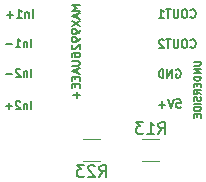
<source format=gbo>
G04 #@! TF.GenerationSoftware,KiCad,Pcbnew,8.0.4*
G04 #@! TF.CreationDate,2024-07-24T14:50:23+09:00*
G04 #@! TF.ProjectId,VR-Conditioner-MAX9926+reg,56522d43-6f6e-4646-9974-696f6e65722d,3.7*
G04 #@! TF.SameCoordinates,PX68c4118PY713e7a8*
G04 #@! TF.FileFunction,Legend,Bot*
G04 #@! TF.FilePolarity,Positive*
%FSLAX46Y46*%
G04 Gerber Fmt 4.6, Leading zero omitted, Abs format (unit mm)*
G04 Created by KiCad (PCBNEW 8.0.4) date 2024-07-24 14:50:23*
%MOMM*%
%LPD*%
G01*
G04 APERTURE LIST*
%ADD10C,0.150000*%
%ADD11C,0.120000*%
G04 APERTURE END LIST*
D10*
X7333333Y8433967D02*
X7333333Y9133967D01*
X7000000Y8900634D02*
X7000000Y8433967D01*
X7000000Y8833967D02*
X6966667Y8867300D01*
X6966667Y8867300D02*
X6900000Y8900634D01*
X6900000Y8900634D02*
X6800000Y8900634D01*
X6800000Y8900634D02*
X6733333Y8867300D01*
X6733333Y8867300D02*
X6700000Y8800634D01*
X6700000Y8800634D02*
X6700000Y8433967D01*
X6400000Y9067300D02*
X6366667Y9100634D01*
X6366667Y9100634D02*
X6300000Y9133967D01*
X6300000Y9133967D02*
X6133334Y9133967D01*
X6133334Y9133967D02*
X6066667Y9100634D01*
X6066667Y9100634D02*
X6033334Y9067300D01*
X6033334Y9067300D02*
X6000000Y9000634D01*
X6000000Y9000634D02*
X6000000Y8933967D01*
X6000000Y8933967D02*
X6033334Y8833967D01*
X6033334Y8833967D02*
X6433334Y8433967D01*
X6433334Y8433967D02*
X6000000Y8433967D01*
X5700000Y8700634D02*
X5166667Y8700634D01*
X5433333Y8433967D02*
X5433333Y8967300D01*
X7333333Y11183967D02*
X7333333Y11883967D01*
X7000000Y11650634D02*
X7000000Y11183967D01*
X7000000Y11583967D02*
X6966667Y11617300D01*
X6966667Y11617300D02*
X6900000Y11650634D01*
X6900000Y11650634D02*
X6800000Y11650634D01*
X6800000Y11650634D02*
X6733333Y11617300D01*
X6733333Y11617300D02*
X6700000Y11550634D01*
X6700000Y11550634D02*
X6700000Y11183967D01*
X6400000Y11817300D02*
X6366667Y11850634D01*
X6366667Y11850634D02*
X6300000Y11883967D01*
X6300000Y11883967D02*
X6133334Y11883967D01*
X6133334Y11883967D02*
X6066667Y11850634D01*
X6066667Y11850634D02*
X6033334Y11817300D01*
X6033334Y11817300D02*
X6000000Y11750634D01*
X6000000Y11750634D02*
X6000000Y11683967D01*
X6000000Y11683967D02*
X6033334Y11583967D01*
X6033334Y11583967D02*
X6433334Y11183967D01*
X6433334Y11183967D02*
X6000000Y11183967D01*
X5700000Y11450634D02*
X5166667Y11450634D01*
X7333333Y13683967D02*
X7333333Y14383967D01*
X7000000Y14150634D02*
X7000000Y13683967D01*
X7000000Y14083967D02*
X6966667Y14117300D01*
X6966667Y14117300D02*
X6900000Y14150634D01*
X6900000Y14150634D02*
X6800000Y14150634D01*
X6800000Y14150634D02*
X6733333Y14117300D01*
X6733333Y14117300D02*
X6700000Y14050634D01*
X6700000Y14050634D02*
X6700000Y13683967D01*
X6000000Y13683967D02*
X6400000Y13683967D01*
X6200000Y13683967D02*
X6200000Y14383967D01*
X6200000Y14383967D02*
X6266667Y14283967D01*
X6266667Y14283967D02*
X6333334Y14217300D01*
X6333334Y14217300D02*
X6400000Y14183967D01*
X5700000Y13950634D02*
X5166667Y13950634D01*
X20801666Y16260634D02*
X20834999Y16227300D01*
X20834999Y16227300D02*
X20934999Y16193967D01*
X20934999Y16193967D02*
X21001666Y16193967D01*
X21001666Y16193967D02*
X21101666Y16227300D01*
X21101666Y16227300D02*
X21168333Y16293967D01*
X21168333Y16293967D02*
X21201666Y16360634D01*
X21201666Y16360634D02*
X21234999Y16493967D01*
X21234999Y16493967D02*
X21234999Y16593967D01*
X21234999Y16593967D02*
X21201666Y16727300D01*
X21201666Y16727300D02*
X21168333Y16793967D01*
X21168333Y16793967D02*
X21101666Y16860634D01*
X21101666Y16860634D02*
X21001666Y16893967D01*
X21001666Y16893967D02*
X20934999Y16893967D01*
X20934999Y16893967D02*
X20834999Y16860634D01*
X20834999Y16860634D02*
X20801666Y16827300D01*
X20368333Y16893967D02*
X20234999Y16893967D01*
X20234999Y16893967D02*
X20168333Y16860634D01*
X20168333Y16860634D02*
X20101666Y16793967D01*
X20101666Y16793967D02*
X20068333Y16660634D01*
X20068333Y16660634D02*
X20068333Y16427300D01*
X20068333Y16427300D02*
X20101666Y16293967D01*
X20101666Y16293967D02*
X20168333Y16227300D01*
X20168333Y16227300D02*
X20234999Y16193967D01*
X20234999Y16193967D02*
X20368333Y16193967D01*
X20368333Y16193967D02*
X20434999Y16227300D01*
X20434999Y16227300D02*
X20501666Y16293967D01*
X20501666Y16293967D02*
X20534999Y16427300D01*
X20534999Y16427300D02*
X20534999Y16660634D01*
X20534999Y16660634D02*
X20501666Y16793967D01*
X20501666Y16793967D02*
X20434999Y16860634D01*
X20434999Y16860634D02*
X20368333Y16893967D01*
X19768333Y16893967D02*
X19768333Y16327300D01*
X19768333Y16327300D02*
X19735000Y16260634D01*
X19735000Y16260634D02*
X19701666Y16227300D01*
X19701666Y16227300D02*
X19635000Y16193967D01*
X19635000Y16193967D02*
X19501666Y16193967D01*
X19501666Y16193967D02*
X19435000Y16227300D01*
X19435000Y16227300D02*
X19401666Y16260634D01*
X19401666Y16260634D02*
X19368333Y16327300D01*
X19368333Y16327300D02*
X19368333Y16893967D01*
X19135000Y16893967D02*
X18735000Y16893967D01*
X18935000Y16193967D02*
X18935000Y16893967D01*
X18135000Y16193967D02*
X18535000Y16193967D01*
X18335000Y16193967D02*
X18335000Y16893967D01*
X18335000Y16893967D02*
X18401667Y16793967D01*
X18401667Y16793967D02*
X18468334Y16727300D01*
X18468334Y16727300D02*
X18535000Y16693967D01*
X20801666Y13720634D02*
X20834999Y13687300D01*
X20834999Y13687300D02*
X20934999Y13653967D01*
X20934999Y13653967D02*
X21001666Y13653967D01*
X21001666Y13653967D02*
X21101666Y13687300D01*
X21101666Y13687300D02*
X21168333Y13753967D01*
X21168333Y13753967D02*
X21201666Y13820634D01*
X21201666Y13820634D02*
X21234999Y13953967D01*
X21234999Y13953967D02*
X21234999Y14053967D01*
X21234999Y14053967D02*
X21201666Y14187300D01*
X21201666Y14187300D02*
X21168333Y14253967D01*
X21168333Y14253967D02*
X21101666Y14320634D01*
X21101666Y14320634D02*
X21001666Y14353967D01*
X21001666Y14353967D02*
X20934999Y14353967D01*
X20934999Y14353967D02*
X20834999Y14320634D01*
X20834999Y14320634D02*
X20801666Y14287300D01*
X20368333Y14353967D02*
X20234999Y14353967D01*
X20234999Y14353967D02*
X20168333Y14320634D01*
X20168333Y14320634D02*
X20101666Y14253967D01*
X20101666Y14253967D02*
X20068333Y14120634D01*
X20068333Y14120634D02*
X20068333Y13887300D01*
X20068333Y13887300D02*
X20101666Y13753967D01*
X20101666Y13753967D02*
X20168333Y13687300D01*
X20168333Y13687300D02*
X20234999Y13653967D01*
X20234999Y13653967D02*
X20368333Y13653967D01*
X20368333Y13653967D02*
X20434999Y13687300D01*
X20434999Y13687300D02*
X20501666Y13753967D01*
X20501666Y13753967D02*
X20534999Y13887300D01*
X20534999Y13887300D02*
X20534999Y14120634D01*
X20534999Y14120634D02*
X20501666Y14253967D01*
X20501666Y14253967D02*
X20434999Y14320634D01*
X20434999Y14320634D02*
X20368333Y14353967D01*
X19768333Y14353967D02*
X19768333Y13787300D01*
X19768333Y13787300D02*
X19735000Y13720634D01*
X19735000Y13720634D02*
X19701666Y13687300D01*
X19701666Y13687300D02*
X19635000Y13653967D01*
X19635000Y13653967D02*
X19501666Y13653967D01*
X19501666Y13653967D02*
X19435000Y13687300D01*
X19435000Y13687300D02*
X19401666Y13720634D01*
X19401666Y13720634D02*
X19368333Y13787300D01*
X19368333Y13787300D02*
X19368333Y14353967D01*
X19135000Y14353967D02*
X18735000Y14353967D01*
X18935000Y13653967D02*
X18935000Y14353967D01*
X18535000Y14287300D02*
X18501667Y14320634D01*
X18501667Y14320634D02*
X18435000Y14353967D01*
X18435000Y14353967D02*
X18268334Y14353967D01*
X18268334Y14353967D02*
X18201667Y14320634D01*
X18201667Y14320634D02*
X18168334Y14287300D01*
X18168334Y14287300D02*
X18135000Y14220634D01*
X18135000Y14220634D02*
X18135000Y14153967D01*
X18135000Y14153967D02*
X18168334Y14053967D01*
X18168334Y14053967D02*
X18568334Y13653967D01*
X18568334Y13653967D02*
X18135000Y13653967D01*
X19583332Y11780634D02*
X19649999Y11813967D01*
X19649999Y11813967D02*
X19749999Y11813967D01*
X19749999Y11813967D02*
X19849999Y11780634D01*
X19849999Y11780634D02*
X19916666Y11713967D01*
X19916666Y11713967D02*
X19949999Y11647300D01*
X19949999Y11647300D02*
X19983332Y11513967D01*
X19983332Y11513967D02*
X19983332Y11413967D01*
X19983332Y11413967D02*
X19949999Y11280634D01*
X19949999Y11280634D02*
X19916666Y11213967D01*
X19916666Y11213967D02*
X19849999Y11147300D01*
X19849999Y11147300D02*
X19749999Y11113967D01*
X19749999Y11113967D02*
X19683332Y11113967D01*
X19683332Y11113967D02*
X19583332Y11147300D01*
X19583332Y11147300D02*
X19549999Y11180634D01*
X19549999Y11180634D02*
X19549999Y11413967D01*
X19549999Y11413967D02*
X19683332Y11413967D01*
X19249999Y11113967D02*
X19249999Y11813967D01*
X19249999Y11813967D02*
X18849999Y11113967D01*
X18849999Y11113967D02*
X18849999Y11813967D01*
X18516666Y11113967D02*
X18516666Y11813967D01*
X18516666Y11813967D02*
X18349999Y11813967D01*
X18349999Y11813967D02*
X18249999Y11780634D01*
X18249999Y11780634D02*
X18183333Y11713967D01*
X18183333Y11713967D02*
X18149999Y11647300D01*
X18149999Y11647300D02*
X18116666Y11513967D01*
X18116666Y11513967D02*
X18116666Y11413967D01*
X18116666Y11413967D02*
X18149999Y11280634D01*
X18149999Y11280634D02*
X18183333Y11213967D01*
X18183333Y11213967D02*
X18249999Y11147300D01*
X18249999Y11147300D02*
X18349999Y11113967D01*
X18349999Y11113967D02*
X18516666Y11113967D01*
X19616667Y9273967D02*
X19950000Y9273967D01*
X19950000Y9273967D02*
X19983333Y8940634D01*
X19983333Y8940634D02*
X19950000Y8973967D01*
X19950000Y8973967D02*
X19883333Y9007300D01*
X19883333Y9007300D02*
X19716667Y9007300D01*
X19716667Y9007300D02*
X19650000Y8973967D01*
X19650000Y8973967D02*
X19616667Y8940634D01*
X19616667Y8940634D02*
X19583333Y8873967D01*
X19583333Y8873967D02*
X19583333Y8707300D01*
X19583333Y8707300D02*
X19616667Y8640634D01*
X19616667Y8640634D02*
X19650000Y8607300D01*
X19650000Y8607300D02*
X19716667Y8573967D01*
X19716667Y8573967D02*
X19883333Y8573967D01*
X19883333Y8573967D02*
X19950000Y8607300D01*
X19950000Y8607300D02*
X19983333Y8640634D01*
X19383333Y9273967D02*
X19150000Y8573967D01*
X19150000Y8573967D02*
X18916666Y9273967D01*
X18683333Y8840634D02*
X18150000Y8840634D01*
X18416666Y8573967D02*
X18416666Y9107300D01*
X7433333Y16193967D02*
X7433333Y16893967D01*
X7100000Y16660634D02*
X7100000Y16193967D01*
X7100000Y16593967D02*
X7066667Y16627300D01*
X7066667Y16627300D02*
X7000000Y16660634D01*
X7000000Y16660634D02*
X6900000Y16660634D01*
X6900000Y16660634D02*
X6833333Y16627300D01*
X6833333Y16627300D02*
X6800000Y16560634D01*
X6800000Y16560634D02*
X6800000Y16193967D01*
X6100000Y16193967D02*
X6500000Y16193967D01*
X6300000Y16193967D02*
X6300000Y16893967D01*
X6300000Y16893967D02*
X6366667Y16793967D01*
X6366667Y16793967D02*
X6433334Y16727300D01*
X6433334Y16727300D02*
X6500000Y16693967D01*
X5800000Y16460634D02*
X5266667Y16460634D01*
X5533333Y16193967D02*
X5533333Y16727300D01*
X21068119Y12466556D02*
X21553833Y12466556D01*
X21553833Y12466556D02*
X21610976Y12437985D01*
X21610976Y12437985D02*
X21639548Y12409413D01*
X21639548Y12409413D02*
X21668119Y12352271D01*
X21668119Y12352271D02*
X21668119Y12237985D01*
X21668119Y12237985D02*
X21639548Y12180842D01*
X21639548Y12180842D02*
X21610976Y12152271D01*
X21610976Y12152271D02*
X21553833Y12123699D01*
X21553833Y12123699D02*
X21068119Y12123699D01*
X21668119Y11837985D02*
X21068119Y11837985D01*
X21068119Y11837985D02*
X21668119Y11495128D01*
X21668119Y11495128D02*
X21068119Y11495128D01*
X21668119Y11209414D02*
X21068119Y11209414D01*
X21068119Y11209414D02*
X21068119Y11066557D01*
X21068119Y11066557D02*
X21096690Y10980843D01*
X21096690Y10980843D02*
X21153833Y10923700D01*
X21153833Y10923700D02*
X21210976Y10895129D01*
X21210976Y10895129D02*
X21325262Y10866557D01*
X21325262Y10866557D02*
X21410976Y10866557D01*
X21410976Y10866557D02*
X21525262Y10895129D01*
X21525262Y10895129D02*
X21582405Y10923700D01*
X21582405Y10923700D02*
X21639548Y10980843D01*
X21639548Y10980843D02*
X21668119Y11066557D01*
X21668119Y11066557D02*
X21668119Y11209414D01*
X21353833Y10609414D02*
X21353833Y10409414D01*
X21668119Y10323700D02*
X21668119Y10609414D01*
X21668119Y10609414D02*
X21068119Y10609414D01*
X21068119Y10609414D02*
X21068119Y10323700D01*
X21668119Y9723700D02*
X21382405Y9923700D01*
X21668119Y10066557D02*
X21068119Y10066557D01*
X21068119Y10066557D02*
X21068119Y9837986D01*
X21068119Y9837986D02*
X21096690Y9780843D01*
X21096690Y9780843D02*
X21125262Y9752272D01*
X21125262Y9752272D02*
X21182405Y9723700D01*
X21182405Y9723700D02*
X21268119Y9723700D01*
X21268119Y9723700D02*
X21325262Y9752272D01*
X21325262Y9752272D02*
X21353833Y9780843D01*
X21353833Y9780843D02*
X21382405Y9837986D01*
X21382405Y9837986D02*
X21382405Y10066557D01*
X21639548Y9495129D02*
X21668119Y9409414D01*
X21668119Y9409414D02*
X21668119Y9266557D01*
X21668119Y9266557D02*
X21639548Y9209414D01*
X21639548Y9209414D02*
X21610976Y9180843D01*
X21610976Y9180843D02*
X21553833Y9152272D01*
X21553833Y9152272D02*
X21496690Y9152272D01*
X21496690Y9152272D02*
X21439548Y9180843D01*
X21439548Y9180843D02*
X21410976Y9209414D01*
X21410976Y9209414D02*
X21382405Y9266557D01*
X21382405Y9266557D02*
X21353833Y9380843D01*
X21353833Y9380843D02*
X21325262Y9437986D01*
X21325262Y9437986D02*
X21296690Y9466557D01*
X21296690Y9466557D02*
X21239548Y9495129D01*
X21239548Y9495129D02*
X21182405Y9495129D01*
X21182405Y9495129D02*
X21125262Y9466557D01*
X21125262Y9466557D02*
X21096690Y9437986D01*
X21096690Y9437986D02*
X21068119Y9380843D01*
X21068119Y9380843D02*
X21068119Y9237986D01*
X21068119Y9237986D02*
X21096690Y9152272D01*
X21668119Y8895128D02*
X21068119Y8895128D01*
X21668119Y8609414D02*
X21068119Y8609414D01*
X21068119Y8609414D02*
X21068119Y8466557D01*
X21068119Y8466557D02*
X21096690Y8380843D01*
X21096690Y8380843D02*
X21153833Y8323700D01*
X21153833Y8323700D02*
X21210976Y8295129D01*
X21210976Y8295129D02*
X21325262Y8266557D01*
X21325262Y8266557D02*
X21410976Y8266557D01*
X21410976Y8266557D02*
X21525262Y8295129D01*
X21525262Y8295129D02*
X21582405Y8323700D01*
X21582405Y8323700D02*
X21639548Y8380843D01*
X21639548Y8380843D02*
X21668119Y8466557D01*
X21668119Y8466557D02*
X21668119Y8609414D01*
X21353833Y8009414D02*
X21353833Y7809414D01*
X21668119Y7723700D02*
X21668119Y8009414D01*
X21668119Y8009414D02*
X21068119Y8009414D01*
X21068119Y8009414D02*
X21068119Y7723700D01*
X11428533Y17268334D02*
X10728533Y17268334D01*
X10728533Y17268334D02*
X11228533Y17035000D01*
X11228533Y17035000D02*
X10728533Y16801667D01*
X10728533Y16801667D02*
X11428533Y16801667D01*
X11228533Y16501667D02*
X11228533Y16168334D01*
X11428533Y16568334D02*
X10728533Y16335000D01*
X10728533Y16335000D02*
X11428533Y16101667D01*
X10728533Y15935000D02*
X11428533Y15468334D01*
X10728533Y15468334D02*
X11428533Y15935000D01*
X11428533Y15168333D02*
X11428533Y15035000D01*
X11428533Y15035000D02*
X11395200Y14968333D01*
X11395200Y14968333D02*
X11361866Y14935000D01*
X11361866Y14935000D02*
X11261866Y14868333D01*
X11261866Y14868333D02*
X11128533Y14835000D01*
X11128533Y14835000D02*
X10861866Y14835000D01*
X10861866Y14835000D02*
X10795200Y14868333D01*
X10795200Y14868333D02*
X10761866Y14901667D01*
X10761866Y14901667D02*
X10728533Y14968333D01*
X10728533Y14968333D02*
X10728533Y15101667D01*
X10728533Y15101667D02*
X10761866Y15168333D01*
X10761866Y15168333D02*
X10795200Y15201667D01*
X10795200Y15201667D02*
X10861866Y15235000D01*
X10861866Y15235000D02*
X11028533Y15235000D01*
X11028533Y15235000D02*
X11095200Y15201667D01*
X11095200Y15201667D02*
X11128533Y15168333D01*
X11128533Y15168333D02*
X11161866Y15101667D01*
X11161866Y15101667D02*
X11161866Y14968333D01*
X11161866Y14968333D02*
X11128533Y14901667D01*
X11128533Y14901667D02*
X11095200Y14868333D01*
X11095200Y14868333D02*
X11028533Y14835000D01*
X11428533Y14501666D02*
X11428533Y14368333D01*
X11428533Y14368333D02*
X11395200Y14301666D01*
X11395200Y14301666D02*
X11361866Y14268333D01*
X11361866Y14268333D02*
X11261866Y14201666D01*
X11261866Y14201666D02*
X11128533Y14168333D01*
X11128533Y14168333D02*
X10861866Y14168333D01*
X10861866Y14168333D02*
X10795200Y14201666D01*
X10795200Y14201666D02*
X10761866Y14235000D01*
X10761866Y14235000D02*
X10728533Y14301666D01*
X10728533Y14301666D02*
X10728533Y14435000D01*
X10728533Y14435000D02*
X10761866Y14501666D01*
X10761866Y14501666D02*
X10795200Y14535000D01*
X10795200Y14535000D02*
X10861866Y14568333D01*
X10861866Y14568333D02*
X11028533Y14568333D01*
X11028533Y14568333D02*
X11095200Y14535000D01*
X11095200Y14535000D02*
X11128533Y14501666D01*
X11128533Y14501666D02*
X11161866Y14435000D01*
X11161866Y14435000D02*
X11161866Y14301666D01*
X11161866Y14301666D02*
X11128533Y14235000D01*
X11128533Y14235000D02*
X11095200Y14201666D01*
X11095200Y14201666D02*
X11028533Y14168333D01*
X10795200Y13901666D02*
X10761866Y13868333D01*
X10761866Y13868333D02*
X10728533Y13801666D01*
X10728533Y13801666D02*
X10728533Y13634999D01*
X10728533Y13634999D02*
X10761866Y13568333D01*
X10761866Y13568333D02*
X10795200Y13534999D01*
X10795200Y13534999D02*
X10861866Y13501666D01*
X10861866Y13501666D02*
X10928533Y13501666D01*
X10928533Y13501666D02*
X11028533Y13534999D01*
X11028533Y13534999D02*
X11428533Y13934999D01*
X11428533Y13934999D02*
X11428533Y13501666D01*
X10728533Y12901666D02*
X10728533Y13034999D01*
X10728533Y13034999D02*
X10761866Y13101666D01*
X10761866Y13101666D02*
X10795200Y13134999D01*
X10795200Y13134999D02*
X10895200Y13201666D01*
X10895200Y13201666D02*
X11028533Y13234999D01*
X11028533Y13234999D02*
X11295200Y13234999D01*
X11295200Y13234999D02*
X11361866Y13201666D01*
X11361866Y13201666D02*
X11395200Y13168332D01*
X11395200Y13168332D02*
X11428533Y13101666D01*
X11428533Y13101666D02*
X11428533Y12968332D01*
X11428533Y12968332D02*
X11395200Y12901666D01*
X11395200Y12901666D02*
X11361866Y12868332D01*
X11361866Y12868332D02*
X11295200Y12834999D01*
X11295200Y12834999D02*
X11128533Y12834999D01*
X11128533Y12834999D02*
X11061866Y12868332D01*
X11061866Y12868332D02*
X11028533Y12901666D01*
X11028533Y12901666D02*
X10995200Y12968332D01*
X10995200Y12968332D02*
X10995200Y13101666D01*
X10995200Y13101666D02*
X11028533Y13168332D01*
X11028533Y13168332D02*
X11061866Y13201666D01*
X11061866Y13201666D02*
X11128533Y13234999D01*
X10728533Y12534999D02*
X11295200Y12534999D01*
X11295200Y12534999D02*
X11361866Y12501665D01*
X11361866Y12501665D02*
X11395200Y12468332D01*
X11395200Y12468332D02*
X11428533Y12401665D01*
X11428533Y12401665D02*
X11428533Y12268332D01*
X11428533Y12268332D02*
X11395200Y12201665D01*
X11395200Y12201665D02*
X11361866Y12168332D01*
X11361866Y12168332D02*
X11295200Y12134999D01*
X11295200Y12134999D02*
X10728533Y12134999D01*
X11228533Y11834999D02*
X11228533Y11501666D01*
X11428533Y11901666D02*
X10728533Y11668332D01*
X10728533Y11668332D02*
X11428533Y11434999D01*
X11061866Y11201666D02*
X11061866Y10968332D01*
X11428533Y10868332D02*
X11428533Y11201666D01*
X11428533Y11201666D02*
X10728533Y11201666D01*
X10728533Y11201666D02*
X10728533Y10868332D01*
X11061866Y10568333D02*
X11061866Y10334999D01*
X11428533Y10234999D02*
X11428533Y10568333D01*
X11428533Y10568333D02*
X10728533Y10568333D01*
X10728533Y10568333D02*
X10728533Y10234999D01*
X11161866Y9935000D02*
X11161866Y9401666D01*
X11428533Y9668333D02*
X10895200Y9668333D01*
X13092857Y2725181D02*
X13426190Y3201372D01*
X13664285Y2725181D02*
X13664285Y3725181D01*
X13664285Y3725181D02*
X13283333Y3725181D01*
X13283333Y3725181D02*
X13188095Y3677562D01*
X13188095Y3677562D02*
X13140476Y3629943D01*
X13140476Y3629943D02*
X13092857Y3534705D01*
X13092857Y3534705D02*
X13092857Y3391848D01*
X13092857Y3391848D02*
X13140476Y3296610D01*
X13140476Y3296610D02*
X13188095Y3248991D01*
X13188095Y3248991D02*
X13283333Y3201372D01*
X13283333Y3201372D02*
X13664285Y3201372D01*
X12711904Y3629943D02*
X12664285Y3677562D01*
X12664285Y3677562D02*
X12569047Y3725181D01*
X12569047Y3725181D02*
X12330952Y3725181D01*
X12330952Y3725181D02*
X12235714Y3677562D01*
X12235714Y3677562D02*
X12188095Y3629943D01*
X12188095Y3629943D02*
X12140476Y3534705D01*
X12140476Y3534705D02*
X12140476Y3439467D01*
X12140476Y3439467D02*
X12188095Y3296610D01*
X12188095Y3296610D02*
X12759523Y2725181D01*
X12759523Y2725181D02*
X12140476Y2725181D01*
X11807142Y3725181D02*
X11188095Y3725181D01*
X11188095Y3725181D02*
X11521428Y3344229D01*
X11521428Y3344229D02*
X11378571Y3344229D01*
X11378571Y3344229D02*
X11283333Y3296610D01*
X11283333Y3296610D02*
X11235714Y3248991D01*
X11235714Y3248991D02*
X11188095Y3153753D01*
X11188095Y3153753D02*
X11188095Y2915658D01*
X11188095Y2915658D02*
X11235714Y2820420D01*
X11235714Y2820420D02*
X11283333Y2772800D01*
X11283333Y2772800D02*
X11378571Y2725181D01*
X11378571Y2725181D02*
X11664285Y2725181D01*
X11664285Y2725181D02*
X11759523Y2772800D01*
X11759523Y2772800D02*
X11807142Y2820420D01*
X18092857Y6365181D02*
X18426190Y6841372D01*
X18664285Y6365181D02*
X18664285Y7365181D01*
X18664285Y7365181D02*
X18283333Y7365181D01*
X18283333Y7365181D02*
X18188095Y7317562D01*
X18188095Y7317562D02*
X18140476Y7269943D01*
X18140476Y7269943D02*
X18092857Y7174705D01*
X18092857Y7174705D02*
X18092857Y7031848D01*
X18092857Y7031848D02*
X18140476Y6936610D01*
X18140476Y6936610D02*
X18188095Y6888991D01*
X18188095Y6888991D02*
X18283333Y6841372D01*
X18283333Y6841372D02*
X18664285Y6841372D01*
X17140476Y6365181D02*
X17711904Y6365181D01*
X17426190Y6365181D02*
X17426190Y7365181D01*
X17426190Y7365181D02*
X17521428Y7222324D01*
X17521428Y7222324D02*
X17616666Y7127086D01*
X17616666Y7127086D02*
X17711904Y7079467D01*
X16807142Y7365181D02*
X16188095Y7365181D01*
X16188095Y7365181D02*
X16521428Y6984229D01*
X16521428Y6984229D02*
X16378571Y6984229D01*
X16378571Y6984229D02*
X16283333Y6936610D01*
X16283333Y6936610D02*
X16235714Y6888991D01*
X16235714Y6888991D02*
X16188095Y6793753D01*
X16188095Y6793753D02*
X16188095Y6555658D01*
X16188095Y6555658D02*
X16235714Y6460420D01*
X16235714Y6460420D02*
X16283333Y6412800D01*
X16283333Y6412800D02*
X16378571Y6365181D01*
X16378571Y6365181D02*
X16664285Y6365181D01*
X16664285Y6365181D02*
X16759523Y6412800D01*
X16759523Y6412800D02*
X16807142Y6460420D01*
D11*
G04 #@! TO.C,R23*
X13177064Y5910000D02*
X11722936Y5910000D01*
X13177064Y4090000D02*
X11722936Y4090000D01*
G04 #@! TO.C,R13*
X16722936Y5910000D02*
X18177064Y5910000D01*
X16722936Y4090000D02*
X18177064Y4090000D01*
G04 #@! TD*
M02*

</source>
